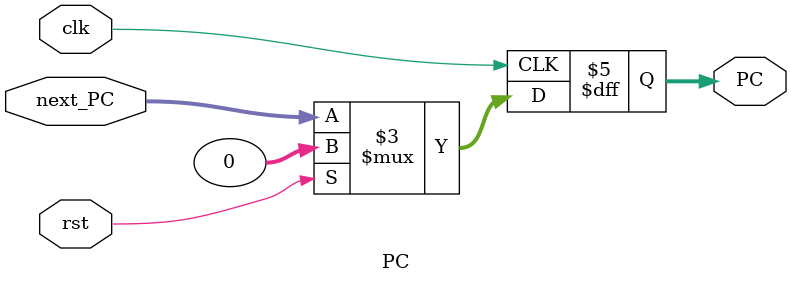
<source format=sv>
module PC (
    input logic [31:0] next_PC,
    input logic clk,
    input logic rst,
    output logic [31:0] PC
);

always_ff @(posedge clk) begin
    if (rst)
        PC <= 32'b0;
    else
        PC <= next_PC;
end

endmodule 


</source>
